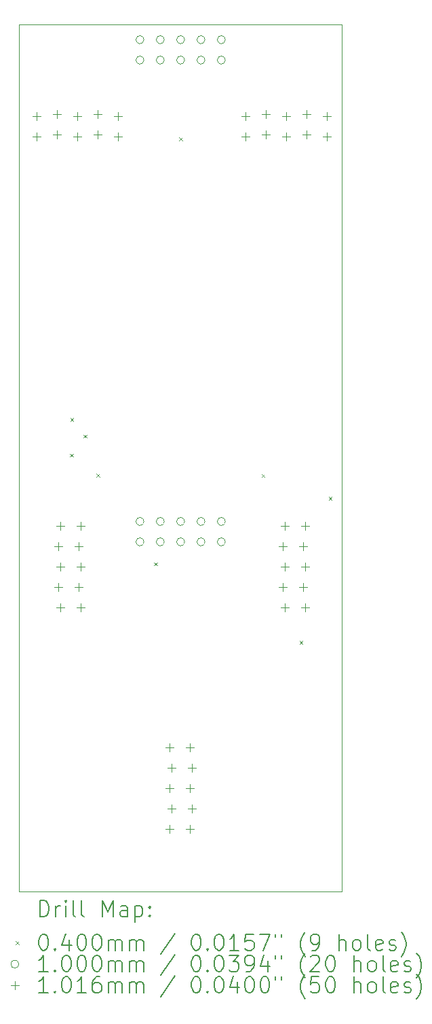
<source format=gbr>
%TF.GenerationSoftware,KiCad,Pcbnew,7.0.8*%
%TF.CreationDate,2024-09-22T21:59:18-04:00*%
%TF.ProjectId,lichen-bifocals-submodule-power-board,6c696368-656e-42d6-9269-666f63616c73,rev?*%
%TF.SameCoordinates,Original*%
%TF.FileFunction,Drillmap*%
%TF.FilePolarity,Positive*%
%FSLAX45Y45*%
G04 Gerber Fmt 4.5, Leading zero omitted, Abs format (unit mm)*
G04 Created by KiCad (PCBNEW 7.0.8) date 2024-09-22 21:59:18*
%MOMM*%
%LPD*%
G01*
G04 APERTURE LIST*
%ADD10C,0.100000*%
%ADD11C,0.200000*%
%ADD12C,0.040000*%
%ADD13C,0.101600*%
G04 APERTURE END LIST*
D10*
X10000000Y-11025000D02*
X14030000Y-11025000D01*
X14030000Y-21825000D01*
X10000000Y-21825000D01*
X10000000Y-11025000D01*
D11*
D12*
X10635000Y-16373000D02*
X10675000Y-16413000D01*
X10675000Y-16373000D02*
X10635000Y-16413000D01*
X10637000Y-15929000D02*
X10677000Y-15969000D01*
X10677000Y-15929000D02*
X10637000Y-15969000D01*
X10803000Y-16135000D02*
X10843000Y-16175000D01*
X10843000Y-16135000D02*
X10803000Y-16175000D01*
X10961000Y-16624000D02*
X11001000Y-16664000D01*
X11001000Y-16624000D02*
X10961000Y-16664000D01*
X11682000Y-17728000D02*
X11722000Y-17768000D01*
X11722000Y-17728000D02*
X11682000Y-17768000D01*
X11994000Y-12431000D02*
X12034000Y-12471000D01*
X12034000Y-12431000D02*
X11994000Y-12471000D01*
X13024000Y-16627000D02*
X13064000Y-16667000D01*
X13064000Y-16627000D02*
X13024000Y-16667000D01*
X13500000Y-18704000D02*
X13540000Y-18744000D01*
X13540000Y-18704000D02*
X13500000Y-18744000D01*
X13862000Y-16908000D02*
X13902000Y-16948000D01*
X13902000Y-16908000D02*
X13862000Y-16948000D01*
D10*
X11557000Y-11215000D02*
G75*
G03*
X11557000Y-11215000I-50000J0D01*
G01*
X11557000Y-11469000D02*
G75*
G03*
X11557000Y-11469000I-50000J0D01*
G01*
X11557000Y-17218000D02*
G75*
G03*
X11557000Y-17218000I-50000J0D01*
G01*
X11557000Y-17472000D02*
G75*
G03*
X11557000Y-17472000I-50000J0D01*
G01*
X11811000Y-11215000D02*
G75*
G03*
X11811000Y-11215000I-50000J0D01*
G01*
X11811000Y-11469000D02*
G75*
G03*
X11811000Y-11469000I-50000J0D01*
G01*
X11811000Y-17218000D02*
G75*
G03*
X11811000Y-17218000I-50000J0D01*
G01*
X11811000Y-17472000D02*
G75*
G03*
X11811000Y-17472000I-50000J0D01*
G01*
X12065000Y-11215000D02*
G75*
G03*
X12065000Y-11215000I-50000J0D01*
G01*
X12065000Y-11469000D02*
G75*
G03*
X12065000Y-11469000I-50000J0D01*
G01*
X12065000Y-17218000D02*
G75*
G03*
X12065000Y-17218000I-50000J0D01*
G01*
X12065000Y-17472000D02*
G75*
G03*
X12065000Y-17472000I-50000J0D01*
G01*
X12319000Y-11215000D02*
G75*
G03*
X12319000Y-11215000I-50000J0D01*
G01*
X12319000Y-11469000D02*
G75*
G03*
X12319000Y-11469000I-50000J0D01*
G01*
X12319000Y-17218000D02*
G75*
G03*
X12319000Y-17218000I-50000J0D01*
G01*
X12319000Y-17472000D02*
G75*
G03*
X12319000Y-17472000I-50000J0D01*
G01*
X12573000Y-11215000D02*
G75*
G03*
X12573000Y-11215000I-50000J0D01*
G01*
X12573000Y-11469000D02*
G75*
G03*
X12573000Y-11469000I-50000J0D01*
G01*
X12573000Y-17218000D02*
G75*
G03*
X12573000Y-17218000I-50000J0D01*
G01*
X12573000Y-17472000D02*
G75*
G03*
X12573000Y-17472000I-50000J0D01*
G01*
D13*
X10221000Y-12116200D02*
X10221000Y-12217800D01*
X10170200Y-12167000D02*
X10271800Y-12167000D01*
X10221000Y-12370200D02*
X10221000Y-12471800D01*
X10170200Y-12421000D02*
X10271800Y-12421000D01*
X10475000Y-12090800D02*
X10475000Y-12192400D01*
X10424200Y-12141600D02*
X10525800Y-12141600D01*
X10475000Y-12344800D02*
X10475000Y-12446400D01*
X10424200Y-12395600D02*
X10525800Y-12395600D01*
X10489300Y-17476500D02*
X10489300Y-17578100D01*
X10438500Y-17527300D02*
X10540100Y-17527300D01*
X10489300Y-17984500D02*
X10489300Y-18086100D01*
X10438500Y-18035300D02*
X10540100Y-18035300D01*
X10514700Y-17222500D02*
X10514700Y-17324100D01*
X10463900Y-17273300D02*
X10565500Y-17273300D01*
X10514700Y-17730500D02*
X10514700Y-17832100D01*
X10463900Y-17781300D02*
X10565500Y-17781300D01*
X10514700Y-18238500D02*
X10514700Y-18340100D01*
X10463900Y-18289300D02*
X10565500Y-18289300D01*
X10729000Y-12116200D02*
X10729000Y-12217800D01*
X10678200Y-12167000D02*
X10779800Y-12167000D01*
X10729000Y-12370200D02*
X10729000Y-12471800D01*
X10678200Y-12421000D02*
X10779800Y-12421000D01*
X10743300Y-17476500D02*
X10743300Y-17578100D01*
X10692500Y-17527300D02*
X10794100Y-17527300D01*
X10743300Y-17984500D02*
X10743300Y-18086100D01*
X10692500Y-18035300D02*
X10794100Y-18035300D01*
X10768700Y-17222500D02*
X10768700Y-17324100D01*
X10717900Y-17273300D02*
X10819500Y-17273300D01*
X10768700Y-17730500D02*
X10768700Y-17832100D01*
X10717900Y-17781300D02*
X10819500Y-17781300D01*
X10768700Y-18238500D02*
X10768700Y-18340100D01*
X10717900Y-18289300D02*
X10819500Y-18289300D01*
X10983000Y-12090800D02*
X10983000Y-12192400D01*
X10932200Y-12141600D02*
X11033800Y-12141600D01*
X10983000Y-12344800D02*
X10983000Y-12446400D01*
X10932200Y-12395600D02*
X11033800Y-12395600D01*
X11237000Y-12116200D02*
X11237000Y-12217800D01*
X11186200Y-12167000D02*
X11287800Y-12167000D01*
X11237000Y-12370200D02*
X11237000Y-12471800D01*
X11186200Y-12421000D02*
X11287800Y-12421000D01*
X11875300Y-19982200D02*
X11875300Y-20083800D01*
X11824500Y-20033000D02*
X11926100Y-20033000D01*
X11875300Y-20490200D02*
X11875300Y-20591800D01*
X11824500Y-20541000D02*
X11926100Y-20541000D01*
X11875300Y-20998200D02*
X11875300Y-21099800D01*
X11824500Y-21049000D02*
X11926100Y-21049000D01*
X11900700Y-20236200D02*
X11900700Y-20337800D01*
X11849900Y-20287000D02*
X11951500Y-20287000D01*
X11900700Y-20744200D02*
X11900700Y-20845800D01*
X11849900Y-20795000D02*
X11951500Y-20795000D01*
X12129300Y-19982200D02*
X12129300Y-20083800D01*
X12078500Y-20033000D02*
X12180100Y-20033000D01*
X12129300Y-20490200D02*
X12129300Y-20591800D01*
X12078500Y-20541000D02*
X12180100Y-20541000D01*
X12129300Y-20998200D02*
X12129300Y-21099800D01*
X12078500Y-21049000D02*
X12180100Y-21049000D01*
X12154700Y-20236200D02*
X12154700Y-20337800D01*
X12103900Y-20287000D02*
X12205500Y-20287000D01*
X12154700Y-20744200D02*
X12154700Y-20845800D01*
X12103900Y-20795000D02*
X12205500Y-20795000D01*
X12821000Y-12116200D02*
X12821000Y-12217800D01*
X12770200Y-12167000D02*
X12871800Y-12167000D01*
X12821000Y-12370200D02*
X12821000Y-12471800D01*
X12770200Y-12421000D02*
X12871800Y-12421000D01*
X13075000Y-12090800D02*
X13075000Y-12192400D01*
X13024200Y-12141600D02*
X13125800Y-12141600D01*
X13075000Y-12344800D02*
X13075000Y-12446400D01*
X13024200Y-12395600D02*
X13125800Y-12395600D01*
X13289300Y-17476500D02*
X13289300Y-17578100D01*
X13238500Y-17527300D02*
X13340100Y-17527300D01*
X13289300Y-17984500D02*
X13289300Y-18086100D01*
X13238500Y-18035300D02*
X13340100Y-18035300D01*
X13314700Y-17222500D02*
X13314700Y-17324100D01*
X13263900Y-17273300D02*
X13365500Y-17273300D01*
X13314700Y-17730500D02*
X13314700Y-17832100D01*
X13263900Y-17781300D02*
X13365500Y-17781300D01*
X13314700Y-18238500D02*
X13314700Y-18340100D01*
X13263900Y-18289300D02*
X13365500Y-18289300D01*
X13329000Y-12116200D02*
X13329000Y-12217800D01*
X13278200Y-12167000D02*
X13379800Y-12167000D01*
X13329000Y-12370200D02*
X13329000Y-12471800D01*
X13278200Y-12421000D02*
X13379800Y-12421000D01*
X13543300Y-17476500D02*
X13543300Y-17578100D01*
X13492500Y-17527300D02*
X13594100Y-17527300D01*
X13543300Y-17984500D02*
X13543300Y-18086100D01*
X13492500Y-18035300D02*
X13594100Y-18035300D01*
X13568700Y-17222500D02*
X13568700Y-17324100D01*
X13517900Y-17273300D02*
X13619500Y-17273300D01*
X13568700Y-17730500D02*
X13568700Y-17832100D01*
X13517900Y-17781300D02*
X13619500Y-17781300D01*
X13568700Y-18238500D02*
X13568700Y-18340100D01*
X13517900Y-18289300D02*
X13619500Y-18289300D01*
X13583000Y-12090800D02*
X13583000Y-12192400D01*
X13532200Y-12141600D02*
X13633800Y-12141600D01*
X13583000Y-12344800D02*
X13583000Y-12446400D01*
X13532200Y-12395600D02*
X13633800Y-12395600D01*
X13837000Y-12116200D02*
X13837000Y-12217800D01*
X13786200Y-12167000D02*
X13887800Y-12167000D01*
X13837000Y-12370200D02*
X13837000Y-12471800D01*
X13786200Y-12421000D02*
X13887800Y-12421000D01*
D11*
X10255777Y-22141484D02*
X10255777Y-21941484D01*
X10255777Y-21941484D02*
X10303396Y-21941484D01*
X10303396Y-21941484D02*
X10331967Y-21951008D01*
X10331967Y-21951008D02*
X10351015Y-21970055D01*
X10351015Y-21970055D02*
X10360539Y-21989103D01*
X10360539Y-21989103D02*
X10370063Y-22027198D01*
X10370063Y-22027198D02*
X10370063Y-22055770D01*
X10370063Y-22055770D02*
X10360539Y-22093865D01*
X10360539Y-22093865D02*
X10351015Y-22112912D01*
X10351015Y-22112912D02*
X10331967Y-22131960D01*
X10331967Y-22131960D02*
X10303396Y-22141484D01*
X10303396Y-22141484D02*
X10255777Y-22141484D01*
X10455777Y-22141484D02*
X10455777Y-22008150D01*
X10455777Y-22046246D02*
X10465301Y-22027198D01*
X10465301Y-22027198D02*
X10474824Y-22017674D01*
X10474824Y-22017674D02*
X10493872Y-22008150D01*
X10493872Y-22008150D02*
X10512920Y-22008150D01*
X10579586Y-22141484D02*
X10579586Y-22008150D01*
X10579586Y-21941484D02*
X10570063Y-21951008D01*
X10570063Y-21951008D02*
X10579586Y-21960531D01*
X10579586Y-21960531D02*
X10589110Y-21951008D01*
X10589110Y-21951008D02*
X10579586Y-21941484D01*
X10579586Y-21941484D02*
X10579586Y-21960531D01*
X10703396Y-22141484D02*
X10684348Y-22131960D01*
X10684348Y-22131960D02*
X10674824Y-22112912D01*
X10674824Y-22112912D02*
X10674824Y-21941484D01*
X10808158Y-22141484D02*
X10789110Y-22131960D01*
X10789110Y-22131960D02*
X10779586Y-22112912D01*
X10779586Y-22112912D02*
X10779586Y-21941484D01*
X11036729Y-22141484D02*
X11036729Y-21941484D01*
X11036729Y-21941484D02*
X11103396Y-22084341D01*
X11103396Y-22084341D02*
X11170063Y-21941484D01*
X11170063Y-21941484D02*
X11170063Y-22141484D01*
X11351015Y-22141484D02*
X11351015Y-22036722D01*
X11351015Y-22036722D02*
X11341491Y-22017674D01*
X11341491Y-22017674D02*
X11322443Y-22008150D01*
X11322443Y-22008150D02*
X11284348Y-22008150D01*
X11284348Y-22008150D02*
X11265301Y-22017674D01*
X11351015Y-22131960D02*
X11331967Y-22141484D01*
X11331967Y-22141484D02*
X11284348Y-22141484D01*
X11284348Y-22141484D02*
X11265301Y-22131960D01*
X11265301Y-22131960D02*
X11255777Y-22112912D01*
X11255777Y-22112912D02*
X11255777Y-22093865D01*
X11255777Y-22093865D02*
X11265301Y-22074817D01*
X11265301Y-22074817D02*
X11284348Y-22065293D01*
X11284348Y-22065293D02*
X11331967Y-22065293D01*
X11331967Y-22065293D02*
X11351015Y-22055770D01*
X11446253Y-22008150D02*
X11446253Y-22208150D01*
X11446253Y-22017674D02*
X11465301Y-22008150D01*
X11465301Y-22008150D02*
X11503396Y-22008150D01*
X11503396Y-22008150D02*
X11522443Y-22017674D01*
X11522443Y-22017674D02*
X11531967Y-22027198D01*
X11531967Y-22027198D02*
X11541491Y-22046246D01*
X11541491Y-22046246D02*
X11541491Y-22103389D01*
X11541491Y-22103389D02*
X11531967Y-22122436D01*
X11531967Y-22122436D02*
X11522443Y-22131960D01*
X11522443Y-22131960D02*
X11503396Y-22141484D01*
X11503396Y-22141484D02*
X11465301Y-22141484D01*
X11465301Y-22141484D02*
X11446253Y-22131960D01*
X11627205Y-22122436D02*
X11636729Y-22131960D01*
X11636729Y-22131960D02*
X11627205Y-22141484D01*
X11627205Y-22141484D02*
X11617682Y-22131960D01*
X11617682Y-22131960D02*
X11627205Y-22122436D01*
X11627205Y-22122436D02*
X11627205Y-22141484D01*
X11627205Y-22017674D02*
X11636729Y-22027198D01*
X11636729Y-22027198D02*
X11627205Y-22036722D01*
X11627205Y-22036722D02*
X11617682Y-22027198D01*
X11617682Y-22027198D02*
X11627205Y-22017674D01*
X11627205Y-22017674D02*
X11627205Y-22036722D01*
D12*
X9955000Y-22450000D02*
X9995000Y-22490000D01*
X9995000Y-22450000D02*
X9955000Y-22490000D01*
D11*
X10293872Y-22361484D02*
X10312920Y-22361484D01*
X10312920Y-22361484D02*
X10331967Y-22371008D01*
X10331967Y-22371008D02*
X10341491Y-22380531D01*
X10341491Y-22380531D02*
X10351015Y-22399579D01*
X10351015Y-22399579D02*
X10360539Y-22437674D01*
X10360539Y-22437674D02*
X10360539Y-22485293D01*
X10360539Y-22485293D02*
X10351015Y-22523388D01*
X10351015Y-22523388D02*
X10341491Y-22542436D01*
X10341491Y-22542436D02*
X10331967Y-22551960D01*
X10331967Y-22551960D02*
X10312920Y-22561484D01*
X10312920Y-22561484D02*
X10293872Y-22561484D01*
X10293872Y-22561484D02*
X10274824Y-22551960D01*
X10274824Y-22551960D02*
X10265301Y-22542436D01*
X10265301Y-22542436D02*
X10255777Y-22523388D01*
X10255777Y-22523388D02*
X10246253Y-22485293D01*
X10246253Y-22485293D02*
X10246253Y-22437674D01*
X10246253Y-22437674D02*
X10255777Y-22399579D01*
X10255777Y-22399579D02*
X10265301Y-22380531D01*
X10265301Y-22380531D02*
X10274824Y-22371008D01*
X10274824Y-22371008D02*
X10293872Y-22361484D01*
X10446253Y-22542436D02*
X10455777Y-22551960D01*
X10455777Y-22551960D02*
X10446253Y-22561484D01*
X10446253Y-22561484D02*
X10436729Y-22551960D01*
X10436729Y-22551960D02*
X10446253Y-22542436D01*
X10446253Y-22542436D02*
X10446253Y-22561484D01*
X10627205Y-22428150D02*
X10627205Y-22561484D01*
X10579586Y-22351960D02*
X10531967Y-22494817D01*
X10531967Y-22494817D02*
X10655777Y-22494817D01*
X10770063Y-22361484D02*
X10789110Y-22361484D01*
X10789110Y-22361484D02*
X10808158Y-22371008D01*
X10808158Y-22371008D02*
X10817682Y-22380531D01*
X10817682Y-22380531D02*
X10827205Y-22399579D01*
X10827205Y-22399579D02*
X10836729Y-22437674D01*
X10836729Y-22437674D02*
X10836729Y-22485293D01*
X10836729Y-22485293D02*
X10827205Y-22523388D01*
X10827205Y-22523388D02*
X10817682Y-22542436D01*
X10817682Y-22542436D02*
X10808158Y-22551960D01*
X10808158Y-22551960D02*
X10789110Y-22561484D01*
X10789110Y-22561484D02*
X10770063Y-22561484D01*
X10770063Y-22561484D02*
X10751015Y-22551960D01*
X10751015Y-22551960D02*
X10741491Y-22542436D01*
X10741491Y-22542436D02*
X10731967Y-22523388D01*
X10731967Y-22523388D02*
X10722444Y-22485293D01*
X10722444Y-22485293D02*
X10722444Y-22437674D01*
X10722444Y-22437674D02*
X10731967Y-22399579D01*
X10731967Y-22399579D02*
X10741491Y-22380531D01*
X10741491Y-22380531D02*
X10751015Y-22371008D01*
X10751015Y-22371008D02*
X10770063Y-22361484D01*
X10960539Y-22361484D02*
X10979586Y-22361484D01*
X10979586Y-22361484D02*
X10998634Y-22371008D01*
X10998634Y-22371008D02*
X11008158Y-22380531D01*
X11008158Y-22380531D02*
X11017682Y-22399579D01*
X11017682Y-22399579D02*
X11027205Y-22437674D01*
X11027205Y-22437674D02*
X11027205Y-22485293D01*
X11027205Y-22485293D02*
X11017682Y-22523388D01*
X11017682Y-22523388D02*
X11008158Y-22542436D01*
X11008158Y-22542436D02*
X10998634Y-22551960D01*
X10998634Y-22551960D02*
X10979586Y-22561484D01*
X10979586Y-22561484D02*
X10960539Y-22561484D01*
X10960539Y-22561484D02*
X10941491Y-22551960D01*
X10941491Y-22551960D02*
X10931967Y-22542436D01*
X10931967Y-22542436D02*
X10922444Y-22523388D01*
X10922444Y-22523388D02*
X10912920Y-22485293D01*
X10912920Y-22485293D02*
X10912920Y-22437674D01*
X10912920Y-22437674D02*
X10922444Y-22399579D01*
X10922444Y-22399579D02*
X10931967Y-22380531D01*
X10931967Y-22380531D02*
X10941491Y-22371008D01*
X10941491Y-22371008D02*
X10960539Y-22361484D01*
X11112920Y-22561484D02*
X11112920Y-22428150D01*
X11112920Y-22447198D02*
X11122444Y-22437674D01*
X11122444Y-22437674D02*
X11141491Y-22428150D01*
X11141491Y-22428150D02*
X11170063Y-22428150D01*
X11170063Y-22428150D02*
X11189110Y-22437674D01*
X11189110Y-22437674D02*
X11198634Y-22456722D01*
X11198634Y-22456722D02*
X11198634Y-22561484D01*
X11198634Y-22456722D02*
X11208158Y-22437674D01*
X11208158Y-22437674D02*
X11227205Y-22428150D01*
X11227205Y-22428150D02*
X11255777Y-22428150D01*
X11255777Y-22428150D02*
X11274824Y-22437674D01*
X11274824Y-22437674D02*
X11284348Y-22456722D01*
X11284348Y-22456722D02*
X11284348Y-22561484D01*
X11379586Y-22561484D02*
X11379586Y-22428150D01*
X11379586Y-22447198D02*
X11389110Y-22437674D01*
X11389110Y-22437674D02*
X11408158Y-22428150D01*
X11408158Y-22428150D02*
X11436729Y-22428150D01*
X11436729Y-22428150D02*
X11455777Y-22437674D01*
X11455777Y-22437674D02*
X11465301Y-22456722D01*
X11465301Y-22456722D02*
X11465301Y-22561484D01*
X11465301Y-22456722D02*
X11474824Y-22437674D01*
X11474824Y-22437674D02*
X11493872Y-22428150D01*
X11493872Y-22428150D02*
X11522443Y-22428150D01*
X11522443Y-22428150D02*
X11541491Y-22437674D01*
X11541491Y-22437674D02*
X11551015Y-22456722D01*
X11551015Y-22456722D02*
X11551015Y-22561484D01*
X11941491Y-22351960D02*
X11770063Y-22609103D01*
X12198634Y-22361484D02*
X12217682Y-22361484D01*
X12217682Y-22361484D02*
X12236729Y-22371008D01*
X12236729Y-22371008D02*
X12246253Y-22380531D01*
X12246253Y-22380531D02*
X12255777Y-22399579D01*
X12255777Y-22399579D02*
X12265301Y-22437674D01*
X12265301Y-22437674D02*
X12265301Y-22485293D01*
X12265301Y-22485293D02*
X12255777Y-22523388D01*
X12255777Y-22523388D02*
X12246253Y-22542436D01*
X12246253Y-22542436D02*
X12236729Y-22551960D01*
X12236729Y-22551960D02*
X12217682Y-22561484D01*
X12217682Y-22561484D02*
X12198634Y-22561484D01*
X12198634Y-22561484D02*
X12179586Y-22551960D01*
X12179586Y-22551960D02*
X12170063Y-22542436D01*
X12170063Y-22542436D02*
X12160539Y-22523388D01*
X12160539Y-22523388D02*
X12151015Y-22485293D01*
X12151015Y-22485293D02*
X12151015Y-22437674D01*
X12151015Y-22437674D02*
X12160539Y-22399579D01*
X12160539Y-22399579D02*
X12170063Y-22380531D01*
X12170063Y-22380531D02*
X12179586Y-22371008D01*
X12179586Y-22371008D02*
X12198634Y-22361484D01*
X12351015Y-22542436D02*
X12360539Y-22551960D01*
X12360539Y-22551960D02*
X12351015Y-22561484D01*
X12351015Y-22561484D02*
X12341491Y-22551960D01*
X12341491Y-22551960D02*
X12351015Y-22542436D01*
X12351015Y-22542436D02*
X12351015Y-22561484D01*
X12484348Y-22361484D02*
X12503396Y-22361484D01*
X12503396Y-22361484D02*
X12522444Y-22371008D01*
X12522444Y-22371008D02*
X12531967Y-22380531D01*
X12531967Y-22380531D02*
X12541491Y-22399579D01*
X12541491Y-22399579D02*
X12551015Y-22437674D01*
X12551015Y-22437674D02*
X12551015Y-22485293D01*
X12551015Y-22485293D02*
X12541491Y-22523388D01*
X12541491Y-22523388D02*
X12531967Y-22542436D01*
X12531967Y-22542436D02*
X12522444Y-22551960D01*
X12522444Y-22551960D02*
X12503396Y-22561484D01*
X12503396Y-22561484D02*
X12484348Y-22561484D01*
X12484348Y-22561484D02*
X12465301Y-22551960D01*
X12465301Y-22551960D02*
X12455777Y-22542436D01*
X12455777Y-22542436D02*
X12446253Y-22523388D01*
X12446253Y-22523388D02*
X12436729Y-22485293D01*
X12436729Y-22485293D02*
X12436729Y-22437674D01*
X12436729Y-22437674D02*
X12446253Y-22399579D01*
X12446253Y-22399579D02*
X12455777Y-22380531D01*
X12455777Y-22380531D02*
X12465301Y-22371008D01*
X12465301Y-22371008D02*
X12484348Y-22361484D01*
X12741491Y-22561484D02*
X12627206Y-22561484D01*
X12684348Y-22561484D02*
X12684348Y-22361484D01*
X12684348Y-22361484D02*
X12665301Y-22390055D01*
X12665301Y-22390055D02*
X12646253Y-22409103D01*
X12646253Y-22409103D02*
X12627206Y-22418627D01*
X12922444Y-22361484D02*
X12827206Y-22361484D01*
X12827206Y-22361484D02*
X12817682Y-22456722D01*
X12817682Y-22456722D02*
X12827206Y-22447198D01*
X12827206Y-22447198D02*
X12846253Y-22437674D01*
X12846253Y-22437674D02*
X12893872Y-22437674D01*
X12893872Y-22437674D02*
X12912920Y-22447198D01*
X12912920Y-22447198D02*
X12922444Y-22456722D01*
X12922444Y-22456722D02*
X12931967Y-22475769D01*
X12931967Y-22475769D02*
X12931967Y-22523388D01*
X12931967Y-22523388D02*
X12922444Y-22542436D01*
X12922444Y-22542436D02*
X12912920Y-22551960D01*
X12912920Y-22551960D02*
X12893872Y-22561484D01*
X12893872Y-22561484D02*
X12846253Y-22561484D01*
X12846253Y-22561484D02*
X12827206Y-22551960D01*
X12827206Y-22551960D02*
X12817682Y-22542436D01*
X12998634Y-22361484D02*
X13131967Y-22361484D01*
X13131967Y-22361484D02*
X13046253Y-22561484D01*
X13198634Y-22361484D02*
X13198634Y-22399579D01*
X13274825Y-22361484D02*
X13274825Y-22399579D01*
X13570063Y-22637674D02*
X13560539Y-22628150D01*
X13560539Y-22628150D02*
X13541491Y-22599579D01*
X13541491Y-22599579D02*
X13531968Y-22580531D01*
X13531968Y-22580531D02*
X13522444Y-22551960D01*
X13522444Y-22551960D02*
X13512920Y-22504341D01*
X13512920Y-22504341D02*
X13512920Y-22466246D01*
X13512920Y-22466246D02*
X13522444Y-22418627D01*
X13522444Y-22418627D02*
X13531968Y-22390055D01*
X13531968Y-22390055D02*
X13541491Y-22371008D01*
X13541491Y-22371008D02*
X13560539Y-22342436D01*
X13560539Y-22342436D02*
X13570063Y-22332912D01*
X13655777Y-22561484D02*
X13693872Y-22561484D01*
X13693872Y-22561484D02*
X13712920Y-22551960D01*
X13712920Y-22551960D02*
X13722444Y-22542436D01*
X13722444Y-22542436D02*
X13741491Y-22513865D01*
X13741491Y-22513865D02*
X13751015Y-22475769D01*
X13751015Y-22475769D02*
X13751015Y-22399579D01*
X13751015Y-22399579D02*
X13741491Y-22380531D01*
X13741491Y-22380531D02*
X13731968Y-22371008D01*
X13731968Y-22371008D02*
X13712920Y-22361484D01*
X13712920Y-22361484D02*
X13674825Y-22361484D01*
X13674825Y-22361484D02*
X13655777Y-22371008D01*
X13655777Y-22371008D02*
X13646253Y-22380531D01*
X13646253Y-22380531D02*
X13636729Y-22399579D01*
X13636729Y-22399579D02*
X13636729Y-22447198D01*
X13636729Y-22447198D02*
X13646253Y-22466246D01*
X13646253Y-22466246D02*
X13655777Y-22475769D01*
X13655777Y-22475769D02*
X13674825Y-22485293D01*
X13674825Y-22485293D02*
X13712920Y-22485293D01*
X13712920Y-22485293D02*
X13731968Y-22475769D01*
X13731968Y-22475769D02*
X13741491Y-22466246D01*
X13741491Y-22466246D02*
X13751015Y-22447198D01*
X13989110Y-22561484D02*
X13989110Y-22361484D01*
X14074825Y-22561484D02*
X14074825Y-22456722D01*
X14074825Y-22456722D02*
X14065301Y-22437674D01*
X14065301Y-22437674D02*
X14046253Y-22428150D01*
X14046253Y-22428150D02*
X14017682Y-22428150D01*
X14017682Y-22428150D02*
X13998634Y-22437674D01*
X13998634Y-22437674D02*
X13989110Y-22447198D01*
X14198634Y-22561484D02*
X14179587Y-22551960D01*
X14179587Y-22551960D02*
X14170063Y-22542436D01*
X14170063Y-22542436D02*
X14160539Y-22523388D01*
X14160539Y-22523388D02*
X14160539Y-22466246D01*
X14160539Y-22466246D02*
X14170063Y-22447198D01*
X14170063Y-22447198D02*
X14179587Y-22437674D01*
X14179587Y-22437674D02*
X14198634Y-22428150D01*
X14198634Y-22428150D02*
X14227206Y-22428150D01*
X14227206Y-22428150D02*
X14246253Y-22437674D01*
X14246253Y-22437674D02*
X14255777Y-22447198D01*
X14255777Y-22447198D02*
X14265301Y-22466246D01*
X14265301Y-22466246D02*
X14265301Y-22523388D01*
X14265301Y-22523388D02*
X14255777Y-22542436D01*
X14255777Y-22542436D02*
X14246253Y-22551960D01*
X14246253Y-22551960D02*
X14227206Y-22561484D01*
X14227206Y-22561484D02*
X14198634Y-22561484D01*
X14379587Y-22561484D02*
X14360539Y-22551960D01*
X14360539Y-22551960D02*
X14351015Y-22532912D01*
X14351015Y-22532912D02*
X14351015Y-22361484D01*
X14531968Y-22551960D02*
X14512920Y-22561484D01*
X14512920Y-22561484D02*
X14474825Y-22561484D01*
X14474825Y-22561484D02*
X14455777Y-22551960D01*
X14455777Y-22551960D02*
X14446253Y-22532912D01*
X14446253Y-22532912D02*
X14446253Y-22456722D01*
X14446253Y-22456722D02*
X14455777Y-22437674D01*
X14455777Y-22437674D02*
X14474825Y-22428150D01*
X14474825Y-22428150D02*
X14512920Y-22428150D01*
X14512920Y-22428150D02*
X14531968Y-22437674D01*
X14531968Y-22437674D02*
X14541491Y-22456722D01*
X14541491Y-22456722D02*
X14541491Y-22475769D01*
X14541491Y-22475769D02*
X14446253Y-22494817D01*
X14617682Y-22551960D02*
X14636730Y-22561484D01*
X14636730Y-22561484D02*
X14674825Y-22561484D01*
X14674825Y-22561484D02*
X14693872Y-22551960D01*
X14693872Y-22551960D02*
X14703396Y-22532912D01*
X14703396Y-22532912D02*
X14703396Y-22523388D01*
X14703396Y-22523388D02*
X14693872Y-22504341D01*
X14693872Y-22504341D02*
X14674825Y-22494817D01*
X14674825Y-22494817D02*
X14646253Y-22494817D01*
X14646253Y-22494817D02*
X14627206Y-22485293D01*
X14627206Y-22485293D02*
X14617682Y-22466246D01*
X14617682Y-22466246D02*
X14617682Y-22456722D01*
X14617682Y-22456722D02*
X14627206Y-22437674D01*
X14627206Y-22437674D02*
X14646253Y-22428150D01*
X14646253Y-22428150D02*
X14674825Y-22428150D01*
X14674825Y-22428150D02*
X14693872Y-22437674D01*
X14770063Y-22637674D02*
X14779587Y-22628150D01*
X14779587Y-22628150D02*
X14798634Y-22599579D01*
X14798634Y-22599579D02*
X14808158Y-22580531D01*
X14808158Y-22580531D02*
X14817682Y-22551960D01*
X14817682Y-22551960D02*
X14827206Y-22504341D01*
X14827206Y-22504341D02*
X14827206Y-22466246D01*
X14827206Y-22466246D02*
X14817682Y-22418627D01*
X14817682Y-22418627D02*
X14808158Y-22390055D01*
X14808158Y-22390055D02*
X14798634Y-22371008D01*
X14798634Y-22371008D02*
X14779587Y-22342436D01*
X14779587Y-22342436D02*
X14770063Y-22332912D01*
D10*
X9995000Y-22734000D02*
G75*
G03*
X9995000Y-22734000I-50000J0D01*
G01*
D11*
X10360539Y-22825484D02*
X10246253Y-22825484D01*
X10303396Y-22825484D02*
X10303396Y-22625484D01*
X10303396Y-22625484D02*
X10284348Y-22654055D01*
X10284348Y-22654055D02*
X10265301Y-22673103D01*
X10265301Y-22673103D02*
X10246253Y-22682627D01*
X10446253Y-22806436D02*
X10455777Y-22815960D01*
X10455777Y-22815960D02*
X10446253Y-22825484D01*
X10446253Y-22825484D02*
X10436729Y-22815960D01*
X10436729Y-22815960D02*
X10446253Y-22806436D01*
X10446253Y-22806436D02*
X10446253Y-22825484D01*
X10579586Y-22625484D02*
X10598634Y-22625484D01*
X10598634Y-22625484D02*
X10617682Y-22635008D01*
X10617682Y-22635008D02*
X10627205Y-22644531D01*
X10627205Y-22644531D02*
X10636729Y-22663579D01*
X10636729Y-22663579D02*
X10646253Y-22701674D01*
X10646253Y-22701674D02*
X10646253Y-22749293D01*
X10646253Y-22749293D02*
X10636729Y-22787388D01*
X10636729Y-22787388D02*
X10627205Y-22806436D01*
X10627205Y-22806436D02*
X10617682Y-22815960D01*
X10617682Y-22815960D02*
X10598634Y-22825484D01*
X10598634Y-22825484D02*
X10579586Y-22825484D01*
X10579586Y-22825484D02*
X10560539Y-22815960D01*
X10560539Y-22815960D02*
X10551015Y-22806436D01*
X10551015Y-22806436D02*
X10541491Y-22787388D01*
X10541491Y-22787388D02*
X10531967Y-22749293D01*
X10531967Y-22749293D02*
X10531967Y-22701674D01*
X10531967Y-22701674D02*
X10541491Y-22663579D01*
X10541491Y-22663579D02*
X10551015Y-22644531D01*
X10551015Y-22644531D02*
X10560539Y-22635008D01*
X10560539Y-22635008D02*
X10579586Y-22625484D01*
X10770063Y-22625484D02*
X10789110Y-22625484D01*
X10789110Y-22625484D02*
X10808158Y-22635008D01*
X10808158Y-22635008D02*
X10817682Y-22644531D01*
X10817682Y-22644531D02*
X10827205Y-22663579D01*
X10827205Y-22663579D02*
X10836729Y-22701674D01*
X10836729Y-22701674D02*
X10836729Y-22749293D01*
X10836729Y-22749293D02*
X10827205Y-22787388D01*
X10827205Y-22787388D02*
X10817682Y-22806436D01*
X10817682Y-22806436D02*
X10808158Y-22815960D01*
X10808158Y-22815960D02*
X10789110Y-22825484D01*
X10789110Y-22825484D02*
X10770063Y-22825484D01*
X10770063Y-22825484D02*
X10751015Y-22815960D01*
X10751015Y-22815960D02*
X10741491Y-22806436D01*
X10741491Y-22806436D02*
X10731967Y-22787388D01*
X10731967Y-22787388D02*
X10722444Y-22749293D01*
X10722444Y-22749293D02*
X10722444Y-22701674D01*
X10722444Y-22701674D02*
X10731967Y-22663579D01*
X10731967Y-22663579D02*
X10741491Y-22644531D01*
X10741491Y-22644531D02*
X10751015Y-22635008D01*
X10751015Y-22635008D02*
X10770063Y-22625484D01*
X10960539Y-22625484D02*
X10979586Y-22625484D01*
X10979586Y-22625484D02*
X10998634Y-22635008D01*
X10998634Y-22635008D02*
X11008158Y-22644531D01*
X11008158Y-22644531D02*
X11017682Y-22663579D01*
X11017682Y-22663579D02*
X11027205Y-22701674D01*
X11027205Y-22701674D02*
X11027205Y-22749293D01*
X11027205Y-22749293D02*
X11017682Y-22787388D01*
X11017682Y-22787388D02*
X11008158Y-22806436D01*
X11008158Y-22806436D02*
X10998634Y-22815960D01*
X10998634Y-22815960D02*
X10979586Y-22825484D01*
X10979586Y-22825484D02*
X10960539Y-22825484D01*
X10960539Y-22825484D02*
X10941491Y-22815960D01*
X10941491Y-22815960D02*
X10931967Y-22806436D01*
X10931967Y-22806436D02*
X10922444Y-22787388D01*
X10922444Y-22787388D02*
X10912920Y-22749293D01*
X10912920Y-22749293D02*
X10912920Y-22701674D01*
X10912920Y-22701674D02*
X10922444Y-22663579D01*
X10922444Y-22663579D02*
X10931967Y-22644531D01*
X10931967Y-22644531D02*
X10941491Y-22635008D01*
X10941491Y-22635008D02*
X10960539Y-22625484D01*
X11112920Y-22825484D02*
X11112920Y-22692150D01*
X11112920Y-22711198D02*
X11122444Y-22701674D01*
X11122444Y-22701674D02*
X11141491Y-22692150D01*
X11141491Y-22692150D02*
X11170063Y-22692150D01*
X11170063Y-22692150D02*
X11189110Y-22701674D01*
X11189110Y-22701674D02*
X11198634Y-22720722D01*
X11198634Y-22720722D02*
X11198634Y-22825484D01*
X11198634Y-22720722D02*
X11208158Y-22701674D01*
X11208158Y-22701674D02*
X11227205Y-22692150D01*
X11227205Y-22692150D02*
X11255777Y-22692150D01*
X11255777Y-22692150D02*
X11274824Y-22701674D01*
X11274824Y-22701674D02*
X11284348Y-22720722D01*
X11284348Y-22720722D02*
X11284348Y-22825484D01*
X11379586Y-22825484D02*
X11379586Y-22692150D01*
X11379586Y-22711198D02*
X11389110Y-22701674D01*
X11389110Y-22701674D02*
X11408158Y-22692150D01*
X11408158Y-22692150D02*
X11436729Y-22692150D01*
X11436729Y-22692150D02*
X11455777Y-22701674D01*
X11455777Y-22701674D02*
X11465301Y-22720722D01*
X11465301Y-22720722D02*
X11465301Y-22825484D01*
X11465301Y-22720722D02*
X11474824Y-22701674D01*
X11474824Y-22701674D02*
X11493872Y-22692150D01*
X11493872Y-22692150D02*
X11522443Y-22692150D01*
X11522443Y-22692150D02*
X11541491Y-22701674D01*
X11541491Y-22701674D02*
X11551015Y-22720722D01*
X11551015Y-22720722D02*
X11551015Y-22825484D01*
X11941491Y-22615960D02*
X11770063Y-22873103D01*
X12198634Y-22625484D02*
X12217682Y-22625484D01*
X12217682Y-22625484D02*
X12236729Y-22635008D01*
X12236729Y-22635008D02*
X12246253Y-22644531D01*
X12246253Y-22644531D02*
X12255777Y-22663579D01*
X12255777Y-22663579D02*
X12265301Y-22701674D01*
X12265301Y-22701674D02*
X12265301Y-22749293D01*
X12265301Y-22749293D02*
X12255777Y-22787388D01*
X12255777Y-22787388D02*
X12246253Y-22806436D01*
X12246253Y-22806436D02*
X12236729Y-22815960D01*
X12236729Y-22815960D02*
X12217682Y-22825484D01*
X12217682Y-22825484D02*
X12198634Y-22825484D01*
X12198634Y-22825484D02*
X12179586Y-22815960D01*
X12179586Y-22815960D02*
X12170063Y-22806436D01*
X12170063Y-22806436D02*
X12160539Y-22787388D01*
X12160539Y-22787388D02*
X12151015Y-22749293D01*
X12151015Y-22749293D02*
X12151015Y-22701674D01*
X12151015Y-22701674D02*
X12160539Y-22663579D01*
X12160539Y-22663579D02*
X12170063Y-22644531D01*
X12170063Y-22644531D02*
X12179586Y-22635008D01*
X12179586Y-22635008D02*
X12198634Y-22625484D01*
X12351015Y-22806436D02*
X12360539Y-22815960D01*
X12360539Y-22815960D02*
X12351015Y-22825484D01*
X12351015Y-22825484D02*
X12341491Y-22815960D01*
X12341491Y-22815960D02*
X12351015Y-22806436D01*
X12351015Y-22806436D02*
X12351015Y-22825484D01*
X12484348Y-22625484D02*
X12503396Y-22625484D01*
X12503396Y-22625484D02*
X12522444Y-22635008D01*
X12522444Y-22635008D02*
X12531967Y-22644531D01*
X12531967Y-22644531D02*
X12541491Y-22663579D01*
X12541491Y-22663579D02*
X12551015Y-22701674D01*
X12551015Y-22701674D02*
X12551015Y-22749293D01*
X12551015Y-22749293D02*
X12541491Y-22787388D01*
X12541491Y-22787388D02*
X12531967Y-22806436D01*
X12531967Y-22806436D02*
X12522444Y-22815960D01*
X12522444Y-22815960D02*
X12503396Y-22825484D01*
X12503396Y-22825484D02*
X12484348Y-22825484D01*
X12484348Y-22825484D02*
X12465301Y-22815960D01*
X12465301Y-22815960D02*
X12455777Y-22806436D01*
X12455777Y-22806436D02*
X12446253Y-22787388D01*
X12446253Y-22787388D02*
X12436729Y-22749293D01*
X12436729Y-22749293D02*
X12436729Y-22701674D01*
X12436729Y-22701674D02*
X12446253Y-22663579D01*
X12446253Y-22663579D02*
X12455777Y-22644531D01*
X12455777Y-22644531D02*
X12465301Y-22635008D01*
X12465301Y-22635008D02*
X12484348Y-22625484D01*
X12617682Y-22625484D02*
X12741491Y-22625484D01*
X12741491Y-22625484D02*
X12674825Y-22701674D01*
X12674825Y-22701674D02*
X12703396Y-22701674D01*
X12703396Y-22701674D02*
X12722444Y-22711198D01*
X12722444Y-22711198D02*
X12731967Y-22720722D01*
X12731967Y-22720722D02*
X12741491Y-22739769D01*
X12741491Y-22739769D02*
X12741491Y-22787388D01*
X12741491Y-22787388D02*
X12731967Y-22806436D01*
X12731967Y-22806436D02*
X12722444Y-22815960D01*
X12722444Y-22815960D02*
X12703396Y-22825484D01*
X12703396Y-22825484D02*
X12646253Y-22825484D01*
X12646253Y-22825484D02*
X12627206Y-22815960D01*
X12627206Y-22815960D02*
X12617682Y-22806436D01*
X12836729Y-22825484D02*
X12874825Y-22825484D01*
X12874825Y-22825484D02*
X12893872Y-22815960D01*
X12893872Y-22815960D02*
X12903396Y-22806436D01*
X12903396Y-22806436D02*
X12922444Y-22777865D01*
X12922444Y-22777865D02*
X12931967Y-22739769D01*
X12931967Y-22739769D02*
X12931967Y-22663579D01*
X12931967Y-22663579D02*
X12922444Y-22644531D01*
X12922444Y-22644531D02*
X12912920Y-22635008D01*
X12912920Y-22635008D02*
X12893872Y-22625484D01*
X12893872Y-22625484D02*
X12855777Y-22625484D01*
X12855777Y-22625484D02*
X12836729Y-22635008D01*
X12836729Y-22635008D02*
X12827206Y-22644531D01*
X12827206Y-22644531D02*
X12817682Y-22663579D01*
X12817682Y-22663579D02*
X12817682Y-22711198D01*
X12817682Y-22711198D02*
X12827206Y-22730246D01*
X12827206Y-22730246D02*
X12836729Y-22739769D01*
X12836729Y-22739769D02*
X12855777Y-22749293D01*
X12855777Y-22749293D02*
X12893872Y-22749293D01*
X12893872Y-22749293D02*
X12912920Y-22739769D01*
X12912920Y-22739769D02*
X12922444Y-22730246D01*
X12922444Y-22730246D02*
X12931967Y-22711198D01*
X13103396Y-22692150D02*
X13103396Y-22825484D01*
X13055777Y-22615960D02*
X13008158Y-22758817D01*
X13008158Y-22758817D02*
X13131967Y-22758817D01*
X13198634Y-22625484D02*
X13198634Y-22663579D01*
X13274825Y-22625484D02*
X13274825Y-22663579D01*
X13570063Y-22901674D02*
X13560539Y-22892150D01*
X13560539Y-22892150D02*
X13541491Y-22863579D01*
X13541491Y-22863579D02*
X13531968Y-22844531D01*
X13531968Y-22844531D02*
X13522444Y-22815960D01*
X13522444Y-22815960D02*
X13512920Y-22768341D01*
X13512920Y-22768341D02*
X13512920Y-22730246D01*
X13512920Y-22730246D02*
X13522444Y-22682627D01*
X13522444Y-22682627D02*
X13531968Y-22654055D01*
X13531968Y-22654055D02*
X13541491Y-22635008D01*
X13541491Y-22635008D02*
X13560539Y-22606436D01*
X13560539Y-22606436D02*
X13570063Y-22596912D01*
X13636729Y-22644531D02*
X13646253Y-22635008D01*
X13646253Y-22635008D02*
X13665301Y-22625484D01*
X13665301Y-22625484D02*
X13712920Y-22625484D01*
X13712920Y-22625484D02*
X13731968Y-22635008D01*
X13731968Y-22635008D02*
X13741491Y-22644531D01*
X13741491Y-22644531D02*
X13751015Y-22663579D01*
X13751015Y-22663579D02*
X13751015Y-22682627D01*
X13751015Y-22682627D02*
X13741491Y-22711198D01*
X13741491Y-22711198D02*
X13627206Y-22825484D01*
X13627206Y-22825484D02*
X13751015Y-22825484D01*
X13874825Y-22625484D02*
X13893872Y-22625484D01*
X13893872Y-22625484D02*
X13912920Y-22635008D01*
X13912920Y-22635008D02*
X13922444Y-22644531D01*
X13922444Y-22644531D02*
X13931968Y-22663579D01*
X13931968Y-22663579D02*
X13941491Y-22701674D01*
X13941491Y-22701674D02*
X13941491Y-22749293D01*
X13941491Y-22749293D02*
X13931968Y-22787388D01*
X13931968Y-22787388D02*
X13922444Y-22806436D01*
X13922444Y-22806436D02*
X13912920Y-22815960D01*
X13912920Y-22815960D02*
X13893872Y-22825484D01*
X13893872Y-22825484D02*
X13874825Y-22825484D01*
X13874825Y-22825484D02*
X13855777Y-22815960D01*
X13855777Y-22815960D02*
X13846253Y-22806436D01*
X13846253Y-22806436D02*
X13836729Y-22787388D01*
X13836729Y-22787388D02*
X13827206Y-22749293D01*
X13827206Y-22749293D02*
X13827206Y-22701674D01*
X13827206Y-22701674D02*
X13836729Y-22663579D01*
X13836729Y-22663579D02*
X13846253Y-22644531D01*
X13846253Y-22644531D02*
X13855777Y-22635008D01*
X13855777Y-22635008D02*
X13874825Y-22625484D01*
X14179587Y-22825484D02*
X14179587Y-22625484D01*
X14265301Y-22825484D02*
X14265301Y-22720722D01*
X14265301Y-22720722D02*
X14255777Y-22701674D01*
X14255777Y-22701674D02*
X14236730Y-22692150D01*
X14236730Y-22692150D02*
X14208158Y-22692150D01*
X14208158Y-22692150D02*
X14189110Y-22701674D01*
X14189110Y-22701674D02*
X14179587Y-22711198D01*
X14389110Y-22825484D02*
X14370063Y-22815960D01*
X14370063Y-22815960D02*
X14360539Y-22806436D01*
X14360539Y-22806436D02*
X14351015Y-22787388D01*
X14351015Y-22787388D02*
X14351015Y-22730246D01*
X14351015Y-22730246D02*
X14360539Y-22711198D01*
X14360539Y-22711198D02*
X14370063Y-22701674D01*
X14370063Y-22701674D02*
X14389110Y-22692150D01*
X14389110Y-22692150D02*
X14417682Y-22692150D01*
X14417682Y-22692150D02*
X14436730Y-22701674D01*
X14436730Y-22701674D02*
X14446253Y-22711198D01*
X14446253Y-22711198D02*
X14455777Y-22730246D01*
X14455777Y-22730246D02*
X14455777Y-22787388D01*
X14455777Y-22787388D02*
X14446253Y-22806436D01*
X14446253Y-22806436D02*
X14436730Y-22815960D01*
X14436730Y-22815960D02*
X14417682Y-22825484D01*
X14417682Y-22825484D02*
X14389110Y-22825484D01*
X14570063Y-22825484D02*
X14551015Y-22815960D01*
X14551015Y-22815960D02*
X14541491Y-22796912D01*
X14541491Y-22796912D02*
X14541491Y-22625484D01*
X14722444Y-22815960D02*
X14703396Y-22825484D01*
X14703396Y-22825484D02*
X14665301Y-22825484D01*
X14665301Y-22825484D02*
X14646253Y-22815960D01*
X14646253Y-22815960D02*
X14636730Y-22796912D01*
X14636730Y-22796912D02*
X14636730Y-22720722D01*
X14636730Y-22720722D02*
X14646253Y-22701674D01*
X14646253Y-22701674D02*
X14665301Y-22692150D01*
X14665301Y-22692150D02*
X14703396Y-22692150D01*
X14703396Y-22692150D02*
X14722444Y-22701674D01*
X14722444Y-22701674D02*
X14731968Y-22720722D01*
X14731968Y-22720722D02*
X14731968Y-22739769D01*
X14731968Y-22739769D02*
X14636730Y-22758817D01*
X14808158Y-22815960D02*
X14827206Y-22825484D01*
X14827206Y-22825484D02*
X14865301Y-22825484D01*
X14865301Y-22825484D02*
X14884349Y-22815960D01*
X14884349Y-22815960D02*
X14893872Y-22796912D01*
X14893872Y-22796912D02*
X14893872Y-22787388D01*
X14893872Y-22787388D02*
X14884349Y-22768341D01*
X14884349Y-22768341D02*
X14865301Y-22758817D01*
X14865301Y-22758817D02*
X14836730Y-22758817D01*
X14836730Y-22758817D02*
X14817682Y-22749293D01*
X14817682Y-22749293D02*
X14808158Y-22730246D01*
X14808158Y-22730246D02*
X14808158Y-22720722D01*
X14808158Y-22720722D02*
X14817682Y-22701674D01*
X14817682Y-22701674D02*
X14836730Y-22692150D01*
X14836730Y-22692150D02*
X14865301Y-22692150D01*
X14865301Y-22692150D02*
X14884349Y-22701674D01*
X14960539Y-22901674D02*
X14970063Y-22892150D01*
X14970063Y-22892150D02*
X14989111Y-22863579D01*
X14989111Y-22863579D02*
X14998634Y-22844531D01*
X14998634Y-22844531D02*
X15008158Y-22815960D01*
X15008158Y-22815960D02*
X15017682Y-22768341D01*
X15017682Y-22768341D02*
X15017682Y-22730246D01*
X15017682Y-22730246D02*
X15008158Y-22682627D01*
X15008158Y-22682627D02*
X14998634Y-22654055D01*
X14998634Y-22654055D02*
X14989111Y-22635008D01*
X14989111Y-22635008D02*
X14970063Y-22606436D01*
X14970063Y-22606436D02*
X14960539Y-22596912D01*
D13*
X9944200Y-22947200D02*
X9944200Y-23048800D01*
X9893400Y-22998000D02*
X9995000Y-22998000D01*
D11*
X10360539Y-23089484D02*
X10246253Y-23089484D01*
X10303396Y-23089484D02*
X10303396Y-22889484D01*
X10303396Y-22889484D02*
X10284348Y-22918055D01*
X10284348Y-22918055D02*
X10265301Y-22937103D01*
X10265301Y-22937103D02*
X10246253Y-22946627D01*
X10446253Y-23070436D02*
X10455777Y-23079960D01*
X10455777Y-23079960D02*
X10446253Y-23089484D01*
X10446253Y-23089484D02*
X10436729Y-23079960D01*
X10436729Y-23079960D02*
X10446253Y-23070436D01*
X10446253Y-23070436D02*
X10446253Y-23089484D01*
X10579586Y-22889484D02*
X10598634Y-22889484D01*
X10598634Y-22889484D02*
X10617682Y-22899008D01*
X10617682Y-22899008D02*
X10627205Y-22908531D01*
X10627205Y-22908531D02*
X10636729Y-22927579D01*
X10636729Y-22927579D02*
X10646253Y-22965674D01*
X10646253Y-22965674D02*
X10646253Y-23013293D01*
X10646253Y-23013293D02*
X10636729Y-23051388D01*
X10636729Y-23051388D02*
X10627205Y-23070436D01*
X10627205Y-23070436D02*
X10617682Y-23079960D01*
X10617682Y-23079960D02*
X10598634Y-23089484D01*
X10598634Y-23089484D02*
X10579586Y-23089484D01*
X10579586Y-23089484D02*
X10560539Y-23079960D01*
X10560539Y-23079960D02*
X10551015Y-23070436D01*
X10551015Y-23070436D02*
X10541491Y-23051388D01*
X10541491Y-23051388D02*
X10531967Y-23013293D01*
X10531967Y-23013293D02*
X10531967Y-22965674D01*
X10531967Y-22965674D02*
X10541491Y-22927579D01*
X10541491Y-22927579D02*
X10551015Y-22908531D01*
X10551015Y-22908531D02*
X10560539Y-22899008D01*
X10560539Y-22899008D02*
X10579586Y-22889484D01*
X10836729Y-23089484D02*
X10722444Y-23089484D01*
X10779586Y-23089484D02*
X10779586Y-22889484D01*
X10779586Y-22889484D02*
X10760539Y-22918055D01*
X10760539Y-22918055D02*
X10741491Y-22937103D01*
X10741491Y-22937103D02*
X10722444Y-22946627D01*
X11008158Y-22889484D02*
X10970063Y-22889484D01*
X10970063Y-22889484D02*
X10951015Y-22899008D01*
X10951015Y-22899008D02*
X10941491Y-22908531D01*
X10941491Y-22908531D02*
X10922444Y-22937103D01*
X10922444Y-22937103D02*
X10912920Y-22975198D01*
X10912920Y-22975198D02*
X10912920Y-23051388D01*
X10912920Y-23051388D02*
X10922444Y-23070436D01*
X10922444Y-23070436D02*
X10931967Y-23079960D01*
X10931967Y-23079960D02*
X10951015Y-23089484D01*
X10951015Y-23089484D02*
X10989110Y-23089484D01*
X10989110Y-23089484D02*
X11008158Y-23079960D01*
X11008158Y-23079960D02*
X11017682Y-23070436D01*
X11017682Y-23070436D02*
X11027205Y-23051388D01*
X11027205Y-23051388D02*
X11027205Y-23003769D01*
X11027205Y-23003769D02*
X11017682Y-22984722D01*
X11017682Y-22984722D02*
X11008158Y-22975198D01*
X11008158Y-22975198D02*
X10989110Y-22965674D01*
X10989110Y-22965674D02*
X10951015Y-22965674D01*
X10951015Y-22965674D02*
X10931967Y-22975198D01*
X10931967Y-22975198D02*
X10922444Y-22984722D01*
X10922444Y-22984722D02*
X10912920Y-23003769D01*
X11112920Y-23089484D02*
X11112920Y-22956150D01*
X11112920Y-22975198D02*
X11122444Y-22965674D01*
X11122444Y-22965674D02*
X11141491Y-22956150D01*
X11141491Y-22956150D02*
X11170063Y-22956150D01*
X11170063Y-22956150D02*
X11189110Y-22965674D01*
X11189110Y-22965674D02*
X11198634Y-22984722D01*
X11198634Y-22984722D02*
X11198634Y-23089484D01*
X11198634Y-22984722D02*
X11208158Y-22965674D01*
X11208158Y-22965674D02*
X11227205Y-22956150D01*
X11227205Y-22956150D02*
X11255777Y-22956150D01*
X11255777Y-22956150D02*
X11274824Y-22965674D01*
X11274824Y-22965674D02*
X11284348Y-22984722D01*
X11284348Y-22984722D02*
X11284348Y-23089484D01*
X11379586Y-23089484D02*
X11379586Y-22956150D01*
X11379586Y-22975198D02*
X11389110Y-22965674D01*
X11389110Y-22965674D02*
X11408158Y-22956150D01*
X11408158Y-22956150D02*
X11436729Y-22956150D01*
X11436729Y-22956150D02*
X11455777Y-22965674D01*
X11455777Y-22965674D02*
X11465301Y-22984722D01*
X11465301Y-22984722D02*
X11465301Y-23089484D01*
X11465301Y-22984722D02*
X11474824Y-22965674D01*
X11474824Y-22965674D02*
X11493872Y-22956150D01*
X11493872Y-22956150D02*
X11522443Y-22956150D01*
X11522443Y-22956150D02*
X11541491Y-22965674D01*
X11541491Y-22965674D02*
X11551015Y-22984722D01*
X11551015Y-22984722D02*
X11551015Y-23089484D01*
X11941491Y-22879960D02*
X11770063Y-23137103D01*
X12198634Y-22889484D02*
X12217682Y-22889484D01*
X12217682Y-22889484D02*
X12236729Y-22899008D01*
X12236729Y-22899008D02*
X12246253Y-22908531D01*
X12246253Y-22908531D02*
X12255777Y-22927579D01*
X12255777Y-22927579D02*
X12265301Y-22965674D01*
X12265301Y-22965674D02*
X12265301Y-23013293D01*
X12265301Y-23013293D02*
X12255777Y-23051388D01*
X12255777Y-23051388D02*
X12246253Y-23070436D01*
X12246253Y-23070436D02*
X12236729Y-23079960D01*
X12236729Y-23079960D02*
X12217682Y-23089484D01*
X12217682Y-23089484D02*
X12198634Y-23089484D01*
X12198634Y-23089484D02*
X12179586Y-23079960D01*
X12179586Y-23079960D02*
X12170063Y-23070436D01*
X12170063Y-23070436D02*
X12160539Y-23051388D01*
X12160539Y-23051388D02*
X12151015Y-23013293D01*
X12151015Y-23013293D02*
X12151015Y-22965674D01*
X12151015Y-22965674D02*
X12160539Y-22927579D01*
X12160539Y-22927579D02*
X12170063Y-22908531D01*
X12170063Y-22908531D02*
X12179586Y-22899008D01*
X12179586Y-22899008D02*
X12198634Y-22889484D01*
X12351015Y-23070436D02*
X12360539Y-23079960D01*
X12360539Y-23079960D02*
X12351015Y-23089484D01*
X12351015Y-23089484D02*
X12341491Y-23079960D01*
X12341491Y-23079960D02*
X12351015Y-23070436D01*
X12351015Y-23070436D02*
X12351015Y-23089484D01*
X12484348Y-22889484D02*
X12503396Y-22889484D01*
X12503396Y-22889484D02*
X12522444Y-22899008D01*
X12522444Y-22899008D02*
X12531967Y-22908531D01*
X12531967Y-22908531D02*
X12541491Y-22927579D01*
X12541491Y-22927579D02*
X12551015Y-22965674D01*
X12551015Y-22965674D02*
X12551015Y-23013293D01*
X12551015Y-23013293D02*
X12541491Y-23051388D01*
X12541491Y-23051388D02*
X12531967Y-23070436D01*
X12531967Y-23070436D02*
X12522444Y-23079960D01*
X12522444Y-23079960D02*
X12503396Y-23089484D01*
X12503396Y-23089484D02*
X12484348Y-23089484D01*
X12484348Y-23089484D02*
X12465301Y-23079960D01*
X12465301Y-23079960D02*
X12455777Y-23070436D01*
X12455777Y-23070436D02*
X12446253Y-23051388D01*
X12446253Y-23051388D02*
X12436729Y-23013293D01*
X12436729Y-23013293D02*
X12436729Y-22965674D01*
X12436729Y-22965674D02*
X12446253Y-22927579D01*
X12446253Y-22927579D02*
X12455777Y-22908531D01*
X12455777Y-22908531D02*
X12465301Y-22899008D01*
X12465301Y-22899008D02*
X12484348Y-22889484D01*
X12722444Y-22956150D02*
X12722444Y-23089484D01*
X12674825Y-22879960D02*
X12627206Y-23022817D01*
X12627206Y-23022817D02*
X12751015Y-23022817D01*
X12865301Y-22889484D02*
X12884348Y-22889484D01*
X12884348Y-22889484D02*
X12903396Y-22899008D01*
X12903396Y-22899008D02*
X12912920Y-22908531D01*
X12912920Y-22908531D02*
X12922444Y-22927579D01*
X12922444Y-22927579D02*
X12931967Y-22965674D01*
X12931967Y-22965674D02*
X12931967Y-23013293D01*
X12931967Y-23013293D02*
X12922444Y-23051388D01*
X12922444Y-23051388D02*
X12912920Y-23070436D01*
X12912920Y-23070436D02*
X12903396Y-23079960D01*
X12903396Y-23079960D02*
X12884348Y-23089484D01*
X12884348Y-23089484D02*
X12865301Y-23089484D01*
X12865301Y-23089484D02*
X12846253Y-23079960D01*
X12846253Y-23079960D02*
X12836729Y-23070436D01*
X12836729Y-23070436D02*
X12827206Y-23051388D01*
X12827206Y-23051388D02*
X12817682Y-23013293D01*
X12817682Y-23013293D02*
X12817682Y-22965674D01*
X12817682Y-22965674D02*
X12827206Y-22927579D01*
X12827206Y-22927579D02*
X12836729Y-22908531D01*
X12836729Y-22908531D02*
X12846253Y-22899008D01*
X12846253Y-22899008D02*
X12865301Y-22889484D01*
X13055777Y-22889484D02*
X13074825Y-22889484D01*
X13074825Y-22889484D02*
X13093872Y-22899008D01*
X13093872Y-22899008D02*
X13103396Y-22908531D01*
X13103396Y-22908531D02*
X13112920Y-22927579D01*
X13112920Y-22927579D02*
X13122444Y-22965674D01*
X13122444Y-22965674D02*
X13122444Y-23013293D01*
X13122444Y-23013293D02*
X13112920Y-23051388D01*
X13112920Y-23051388D02*
X13103396Y-23070436D01*
X13103396Y-23070436D02*
X13093872Y-23079960D01*
X13093872Y-23079960D02*
X13074825Y-23089484D01*
X13074825Y-23089484D02*
X13055777Y-23089484D01*
X13055777Y-23089484D02*
X13036729Y-23079960D01*
X13036729Y-23079960D02*
X13027206Y-23070436D01*
X13027206Y-23070436D02*
X13017682Y-23051388D01*
X13017682Y-23051388D02*
X13008158Y-23013293D01*
X13008158Y-23013293D02*
X13008158Y-22965674D01*
X13008158Y-22965674D02*
X13017682Y-22927579D01*
X13017682Y-22927579D02*
X13027206Y-22908531D01*
X13027206Y-22908531D02*
X13036729Y-22899008D01*
X13036729Y-22899008D02*
X13055777Y-22889484D01*
X13198634Y-22889484D02*
X13198634Y-22927579D01*
X13274825Y-22889484D02*
X13274825Y-22927579D01*
X13570063Y-23165674D02*
X13560539Y-23156150D01*
X13560539Y-23156150D02*
X13541491Y-23127579D01*
X13541491Y-23127579D02*
X13531968Y-23108531D01*
X13531968Y-23108531D02*
X13522444Y-23079960D01*
X13522444Y-23079960D02*
X13512920Y-23032341D01*
X13512920Y-23032341D02*
X13512920Y-22994246D01*
X13512920Y-22994246D02*
X13522444Y-22946627D01*
X13522444Y-22946627D02*
X13531968Y-22918055D01*
X13531968Y-22918055D02*
X13541491Y-22899008D01*
X13541491Y-22899008D02*
X13560539Y-22870436D01*
X13560539Y-22870436D02*
X13570063Y-22860912D01*
X13741491Y-22889484D02*
X13646253Y-22889484D01*
X13646253Y-22889484D02*
X13636729Y-22984722D01*
X13636729Y-22984722D02*
X13646253Y-22975198D01*
X13646253Y-22975198D02*
X13665301Y-22965674D01*
X13665301Y-22965674D02*
X13712920Y-22965674D01*
X13712920Y-22965674D02*
X13731968Y-22975198D01*
X13731968Y-22975198D02*
X13741491Y-22984722D01*
X13741491Y-22984722D02*
X13751015Y-23003769D01*
X13751015Y-23003769D02*
X13751015Y-23051388D01*
X13751015Y-23051388D02*
X13741491Y-23070436D01*
X13741491Y-23070436D02*
X13731968Y-23079960D01*
X13731968Y-23079960D02*
X13712920Y-23089484D01*
X13712920Y-23089484D02*
X13665301Y-23089484D01*
X13665301Y-23089484D02*
X13646253Y-23079960D01*
X13646253Y-23079960D02*
X13636729Y-23070436D01*
X13874825Y-22889484D02*
X13893872Y-22889484D01*
X13893872Y-22889484D02*
X13912920Y-22899008D01*
X13912920Y-22899008D02*
X13922444Y-22908531D01*
X13922444Y-22908531D02*
X13931968Y-22927579D01*
X13931968Y-22927579D02*
X13941491Y-22965674D01*
X13941491Y-22965674D02*
X13941491Y-23013293D01*
X13941491Y-23013293D02*
X13931968Y-23051388D01*
X13931968Y-23051388D02*
X13922444Y-23070436D01*
X13922444Y-23070436D02*
X13912920Y-23079960D01*
X13912920Y-23079960D02*
X13893872Y-23089484D01*
X13893872Y-23089484D02*
X13874825Y-23089484D01*
X13874825Y-23089484D02*
X13855777Y-23079960D01*
X13855777Y-23079960D02*
X13846253Y-23070436D01*
X13846253Y-23070436D02*
X13836729Y-23051388D01*
X13836729Y-23051388D02*
X13827206Y-23013293D01*
X13827206Y-23013293D02*
X13827206Y-22965674D01*
X13827206Y-22965674D02*
X13836729Y-22927579D01*
X13836729Y-22927579D02*
X13846253Y-22908531D01*
X13846253Y-22908531D02*
X13855777Y-22899008D01*
X13855777Y-22899008D02*
X13874825Y-22889484D01*
X14179587Y-23089484D02*
X14179587Y-22889484D01*
X14265301Y-23089484D02*
X14265301Y-22984722D01*
X14265301Y-22984722D02*
X14255777Y-22965674D01*
X14255777Y-22965674D02*
X14236730Y-22956150D01*
X14236730Y-22956150D02*
X14208158Y-22956150D01*
X14208158Y-22956150D02*
X14189110Y-22965674D01*
X14189110Y-22965674D02*
X14179587Y-22975198D01*
X14389110Y-23089484D02*
X14370063Y-23079960D01*
X14370063Y-23079960D02*
X14360539Y-23070436D01*
X14360539Y-23070436D02*
X14351015Y-23051388D01*
X14351015Y-23051388D02*
X14351015Y-22994246D01*
X14351015Y-22994246D02*
X14360539Y-22975198D01*
X14360539Y-22975198D02*
X14370063Y-22965674D01*
X14370063Y-22965674D02*
X14389110Y-22956150D01*
X14389110Y-22956150D02*
X14417682Y-22956150D01*
X14417682Y-22956150D02*
X14436730Y-22965674D01*
X14436730Y-22965674D02*
X14446253Y-22975198D01*
X14446253Y-22975198D02*
X14455777Y-22994246D01*
X14455777Y-22994246D02*
X14455777Y-23051388D01*
X14455777Y-23051388D02*
X14446253Y-23070436D01*
X14446253Y-23070436D02*
X14436730Y-23079960D01*
X14436730Y-23079960D02*
X14417682Y-23089484D01*
X14417682Y-23089484D02*
X14389110Y-23089484D01*
X14570063Y-23089484D02*
X14551015Y-23079960D01*
X14551015Y-23079960D02*
X14541491Y-23060912D01*
X14541491Y-23060912D02*
X14541491Y-22889484D01*
X14722444Y-23079960D02*
X14703396Y-23089484D01*
X14703396Y-23089484D02*
X14665301Y-23089484D01*
X14665301Y-23089484D02*
X14646253Y-23079960D01*
X14646253Y-23079960D02*
X14636730Y-23060912D01*
X14636730Y-23060912D02*
X14636730Y-22984722D01*
X14636730Y-22984722D02*
X14646253Y-22965674D01*
X14646253Y-22965674D02*
X14665301Y-22956150D01*
X14665301Y-22956150D02*
X14703396Y-22956150D01*
X14703396Y-22956150D02*
X14722444Y-22965674D01*
X14722444Y-22965674D02*
X14731968Y-22984722D01*
X14731968Y-22984722D02*
X14731968Y-23003769D01*
X14731968Y-23003769D02*
X14636730Y-23022817D01*
X14808158Y-23079960D02*
X14827206Y-23089484D01*
X14827206Y-23089484D02*
X14865301Y-23089484D01*
X14865301Y-23089484D02*
X14884349Y-23079960D01*
X14884349Y-23079960D02*
X14893872Y-23060912D01*
X14893872Y-23060912D02*
X14893872Y-23051388D01*
X14893872Y-23051388D02*
X14884349Y-23032341D01*
X14884349Y-23032341D02*
X14865301Y-23022817D01*
X14865301Y-23022817D02*
X14836730Y-23022817D01*
X14836730Y-23022817D02*
X14817682Y-23013293D01*
X14817682Y-23013293D02*
X14808158Y-22994246D01*
X14808158Y-22994246D02*
X14808158Y-22984722D01*
X14808158Y-22984722D02*
X14817682Y-22965674D01*
X14817682Y-22965674D02*
X14836730Y-22956150D01*
X14836730Y-22956150D02*
X14865301Y-22956150D01*
X14865301Y-22956150D02*
X14884349Y-22965674D01*
X14960539Y-23165674D02*
X14970063Y-23156150D01*
X14970063Y-23156150D02*
X14989111Y-23127579D01*
X14989111Y-23127579D02*
X14998634Y-23108531D01*
X14998634Y-23108531D02*
X15008158Y-23079960D01*
X15008158Y-23079960D02*
X15017682Y-23032341D01*
X15017682Y-23032341D02*
X15017682Y-22994246D01*
X15017682Y-22994246D02*
X15008158Y-22946627D01*
X15008158Y-22946627D02*
X14998634Y-22918055D01*
X14998634Y-22918055D02*
X14989111Y-22899008D01*
X14989111Y-22899008D02*
X14970063Y-22870436D01*
X14970063Y-22870436D02*
X14960539Y-22860912D01*
M02*

</source>
